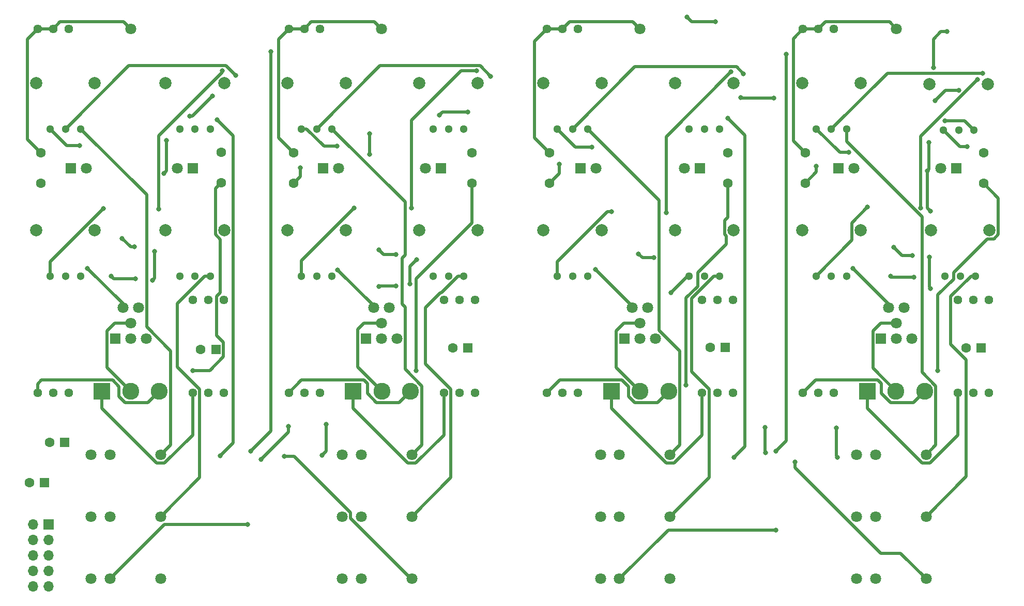
<source format=gtl>
G04 #@! TF.GenerationSoftware,KiCad,Pcbnew,(5.1.6-0-10_14)*
G04 #@! TF.CreationDate,2022-03-15T09:33:00+00:00*
G04 #@! TF.ProjectId,Quad Tube VCA,51756164-2054-4756-9265-205643412e6b,rev?*
G04 #@! TF.SameCoordinates,Original*
G04 #@! TF.FileFunction,Copper,L1,Top*
G04 #@! TF.FilePolarity,Positive*
%FSLAX46Y46*%
G04 Gerber Fmt 4.6, Leading zero omitted, Abs format (unit mm)*
G04 Created by KiCad (PCBNEW (5.1.6-0-10_14)) date 2022-03-15 09:33:00*
%MOMM*%
%LPD*%
G01*
G04 APERTURE LIST*
G04 #@! TA.AperFunction,ComponentPad*
%ADD10C,2.775000*%
G04 #@! TD*
G04 #@! TA.AperFunction,ComponentPad*
%ADD11R,2.775000X2.775000*%
G04 #@! TD*
G04 #@! TA.AperFunction,ComponentPad*
%ADD12C,1.600000*%
G04 #@! TD*
G04 #@! TA.AperFunction,ComponentPad*
%ADD13R,1.600000X1.600000*%
G04 #@! TD*
G04 #@! TA.AperFunction,ComponentPad*
%ADD14C,1.800000*%
G04 #@! TD*
G04 #@! TA.AperFunction,ComponentPad*
%ADD15R,1.800000X1.800000*%
G04 #@! TD*
G04 #@! TA.AperFunction,ComponentPad*
%ADD16C,1.300000*%
G04 #@! TD*
G04 #@! TA.AperFunction,ComponentPad*
%ADD17C,2.000000*%
G04 #@! TD*
G04 #@! TA.AperFunction,ComponentPad*
%ADD18C,1.440000*%
G04 #@! TD*
G04 #@! TA.AperFunction,ComponentPad*
%ADD19O,1.700000X1.700000*%
G04 #@! TD*
G04 #@! TA.AperFunction,ComponentPad*
%ADD20R,1.700000X1.700000*%
G04 #@! TD*
G04 #@! TA.AperFunction,ViaPad*
%ADD21C,0.800000*%
G04 #@! TD*
G04 #@! TA.AperFunction,Conductor*
%ADD22C,0.500000*%
G04 #@! TD*
G04 APERTURE END LIST*
D10*
X89790000Y-107702500D03*
X85090000Y-107702500D03*
D11*
X80390000Y-107702500D03*
D10*
X130938000Y-107702500D03*
X126238000Y-107702500D03*
D11*
X121538000Y-107702500D03*
D10*
X173229000Y-107702500D03*
X168529000Y-107702500D03*
D11*
X163829000Y-107702500D03*
D10*
X215139000Y-107702500D03*
X210439000Y-107702500D03*
D11*
X205739000Y-107702500D03*
D12*
X221909000Y-100584000D03*
D13*
X224409000Y-100584000D03*
D12*
X179999000Y-100457000D03*
D13*
X182499000Y-100457000D03*
D12*
X137835000Y-100584000D03*
D13*
X140335000Y-100584000D03*
D12*
X96560000Y-100838000D03*
D13*
X99060000Y-100838000D03*
D12*
X68493000Y-122682000D03*
D13*
X70993000Y-122682000D03*
D12*
X71795000Y-116078000D03*
D13*
X74295000Y-116078000D03*
D14*
X126153333Y-48260000D03*
X126153333Y-96520000D03*
X124883333Y-93980000D03*
X127423333Y-93980000D03*
X128693333Y-99060000D03*
X126153333Y-99060000D03*
D15*
X123613333Y-99060000D03*
D14*
X85090000Y-48260000D03*
X85090000Y-96520000D03*
X83820000Y-93980000D03*
X86360000Y-93980000D03*
X87630000Y-99060000D03*
X85090000Y-99060000D03*
D15*
X82550000Y-99060000D03*
D14*
X210550000Y-48260000D03*
X210550000Y-96520000D03*
X209280000Y-93980000D03*
X211820000Y-93980000D03*
X213090000Y-99060000D03*
X210550000Y-99060000D03*
D15*
X208010000Y-99060000D03*
D14*
X168486666Y-48260000D03*
X168486666Y-96520000D03*
X167216666Y-93980000D03*
X169756666Y-93980000D03*
X171026666Y-99060000D03*
X168486666Y-99060000D03*
D15*
X165946666Y-99060000D03*
D16*
X197380000Y-64650000D03*
X199880000Y-64650000D03*
X202380000Y-64650000D03*
D17*
X195080000Y-57150000D03*
X204680000Y-57150000D03*
D16*
X154980000Y-64650000D03*
X157480000Y-64650000D03*
X159980000Y-64650000D03*
D17*
X152680000Y-57150000D03*
X162280000Y-57150000D03*
D16*
X113070000Y-64650000D03*
X115570000Y-64650000D03*
X118070000Y-64650000D03*
D17*
X110770000Y-57150000D03*
X120370000Y-57150000D03*
D16*
X71922000Y-64650000D03*
X74422000Y-64650000D03*
X76922000Y-64650000D03*
D17*
X69622000Y-57150000D03*
X79222000Y-57150000D03*
D16*
X197380000Y-88780000D03*
X199880000Y-88780000D03*
X202380000Y-88780000D03*
D17*
X195080000Y-81280000D03*
X204680000Y-81280000D03*
D16*
X154980000Y-88780000D03*
X157480000Y-88780000D03*
X159980000Y-88780000D03*
D17*
X152680000Y-81280000D03*
X162280000Y-81280000D03*
D16*
X113070000Y-88780000D03*
X115570000Y-88780000D03*
X118070000Y-88780000D03*
D17*
X110770000Y-81280000D03*
X120370000Y-81280000D03*
D16*
X71922000Y-88780000D03*
X74422000Y-88780000D03*
X76922000Y-88780000D03*
D17*
X69622000Y-81280000D03*
X79222000Y-81280000D03*
D16*
X218226000Y-64840500D03*
X220726000Y-64840500D03*
X223226000Y-64840500D03*
D17*
X215926000Y-57340500D03*
X225526000Y-57340500D03*
D16*
X176570000Y-64650000D03*
X179070000Y-64650000D03*
X181570000Y-64650000D03*
D17*
X174270000Y-57150000D03*
X183870000Y-57150000D03*
D16*
X134660000Y-64650000D03*
X137160000Y-64650000D03*
X139660000Y-64650000D03*
D17*
X132360000Y-57150000D03*
X141960000Y-57150000D03*
D16*
X93131000Y-64650000D03*
X95631000Y-64650000D03*
X98131000Y-64650000D03*
D17*
X90831000Y-57150000D03*
X100431000Y-57150000D03*
D16*
X218480000Y-88780000D03*
X220980000Y-88780000D03*
X223480000Y-88780000D03*
D17*
X216180000Y-81280000D03*
X225780000Y-81280000D03*
D16*
X176570000Y-88780000D03*
X179070000Y-88780000D03*
X181570000Y-88780000D03*
D17*
X174270000Y-81280000D03*
X183870000Y-81280000D03*
D16*
X134660000Y-88780000D03*
X137160000Y-88780000D03*
X139660000Y-88780000D03*
D17*
X132360000Y-81280000D03*
X141960000Y-81280000D03*
D16*
X93131000Y-88780000D03*
X95631000Y-88780000D03*
X98131000Y-88780000D03*
D17*
X90831000Y-81280000D03*
X100431000Y-81280000D03*
D14*
X215389000Y-138430000D03*
X203989000Y-138430000D03*
X207089000Y-138430000D03*
X173449000Y-138430000D03*
X162049000Y-138430000D03*
X165149000Y-138430000D03*
X131158000Y-138430000D03*
X119758000Y-138430000D03*
X122858000Y-138430000D03*
X90010000Y-138430000D03*
X78610000Y-138430000D03*
X81710000Y-138430000D03*
X215389000Y-118110000D03*
X203989000Y-118110000D03*
X207089000Y-118110000D03*
X173449000Y-118110000D03*
X162049000Y-118110000D03*
X165149000Y-118110000D03*
X131158000Y-118110000D03*
X119758000Y-118110000D03*
X122858000Y-118110000D03*
X90010000Y-118110000D03*
X78610000Y-118110000D03*
X81710000Y-118110000D03*
X215389000Y-128270000D03*
X203989000Y-128270000D03*
X207089000Y-128270000D03*
X173449000Y-128270000D03*
X162049000Y-128270000D03*
X165149000Y-128270000D03*
X131158000Y-128270000D03*
X119758000Y-128270000D03*
X122858000Y-128270000D03*
X90010000Y-128270000D03*
X78610000Y-128270000D03*
X81710000Y-128270000D03*
D18*
X195199000Y-48260000D03*
X197739000Y-48260000D03*
X200279000Y-48260000D03*
X153289000Y-48260000D03*
X155829000Y-48260000D03*
X158369000Y-48260000D03*
X110998000Y-48260000D03*
X113538000Y-48260000D03*
X116078000Y-48260000D03*
X69850000Y-48260000D03*
X72390000Y-48260000D03*
X74930000Y-48260000D03*
X220599000Y-107950000D03*
X223139000Y-107950000D03*
X225679000Y-107950000D03*
X178689000Y-107950000D03*
X181229000Y-107950000D03*
X183769000Y-107950000D03*
X136398000Y-107950000D03*
X138938000Y-107950000D03*
X141478000Y-107950000D03*
X95250000Y-107950000D03*
X97790000Y-107950000D03*
X100330000Y-107950000D03*
X220599000Y-92710000D03*
X223139000Y-92710000D03*
X225679000Y-92710000D03*
X178689000Y-92710000D03*
X181229000Y-92710000D03*
X183769000Y-92710000D03*
X136398000Y-92710000D03*
X138938000Y-92710000D03*
X141478000Y-92710000D03*
X95250000Y-92710000D03*
X97790000Y-92710000D03*
X100330000Y-92710000D03*
X195199000Y-107950000D03*
X197739000Y-107950000D03*
X200279000Y-107950000D03*
X153289000Y-107950000D03*
X155829000Y-107950000D03*
X158369000Y-107950000D03*
X110998000Y-107950000D03*
X113538000Y-107950000D03*
X116078000Y-107950000D03*
X69850000Y-107950000D03*
X72390000Y-107950000D03*
X74930000Y-107950000D03*
D19*
X69088000Y-139700000D03*
X71628000Y-139700000D03*
X69088000Y-137160000D03*
X71628000Y-137160000D03*
X69088000Y-134620000D03*
X71628000Y-134620000D03*
X69088000Y-132080000D03*
X71628000Y-132080000D03*
X69088000Y-129540000D03*
D20*
X71628000Y-129540000D03*
D14*
X217805000Y-71120000D03*
D15*
X220345000Y-71120000D03*
D14*
X203536000Y-71120000D03*
D15*
X200996000Y-71120000D03*
D14*
X175768000Y-71120000D03*
D15*
X178308000Y-71120000D03*
D14*
X161290000Y-71120000D03*
D15*
X158750000Y-71120000D03*
D14*
X133350000Y-71120000D03*
D15*
X135890000Y-71120000D03*
D14*
X119126000Y-71120000D03*
D15*
X116586000Y-71120000D03*
D14*
X92710000Y-71120000D03*
D15*
X95250000Y-71120000D03*
D14*
X77851000Y-71120000D03*
D15*
X75311000Y-71120000D03*
D12*
X224790000Y-73580000D03*
X224790000Y-68580000D03*
X195580000Y-73580000D03*
X195580000Y-68580000D03*
X182880000Y-73580000D03*
X182880000Y-68580000D03*
X153670000Y-73580000D03*
X153670000Y-68580000D03*
X140970000Y-73580000D03*
X140970000Y-68580000D03*
X111760000Y-73580000D03*
X111760000Y-68580000D03*
X99949000Y-73453000D03*
X99949000Y-68453000D03*
X70358000Y-73580000D03*
X70358000Y-68580000D03*
D21*
X222123000Y-67564000D03*
X202692000Y-68516500D03*
X160655000Y-67627500D03*
X118872000Y-67500500D03*
X76708000Y-67373500D03*
X220726000Y-58293000D03*
X216852500Y-60007500D03*
X218821000Y-48704500D03*
X216598500Y-54649000D03*
X215582500Y-71564500D03*
X215836500Y-66865500D03*
X216090500Y-78105000D03*
X215900000Y-85661500D03*
X216090500Y-90805000D03*
X205803500Y-77497010D03*
X173609000Y-91503500D03*
X163893500Y-78259010D03*
X121729500Y-77624010D03*
X80645000Y-77701010D03*
X131953000Y-86106000D03*
X130873500Y-90106500D03*
X89027000Y-84709000D03*
X88709500Y-89471500D03*
X90551000Y-71945500D03*
X90932000Y-66548000D03*
X124269500Y-68834000D03*
X124206000Y-65468500D03*
X180848000Y-47053500D03*
X176212500Y-46291500D03*
X185039000Y-59499500D03*
X190436500Y-59626500D03*
X140335000Y-61912500D03*
X135699500Y-62420500D03*
X98488500Y-59245500D03*
X94805500Y-62547500D03*
X189103000Y-117729000D03*
X189039500Y-113601500D03*
X200660000Y-113728500D03*
X200850500Y-118491000D03*
X106426000Y-118872000D03*
X110934500Y-113411000D03*
X117094000Y-113093500D03*
X116459000Y-118173500D03*
X213360000Y-88963500D03*
X209613500Y-88836500D03*
X125730000Y-90487500D03*
X128587500Y-90424000D03*
X85852000Y-89217500D03*
X81915000Y-88836500D03*
X89662000Y-77787500D03*
X100076000Y-55118000D03*
X131127500Y-77660500D03*
X141795500Y-55118000D03*
X172847000Y-78359000D03*
X183451500Y-55308500D03*
X214503000Y-77597000D03*
X223774000Y-56578500D03*
X99250500Y-63182500D03*
X99758500Y-118300500D03*
X95313500Y-104267000D03*
X104775000Y-117538500D03*
X108077000Y-52006500D03*
X131889500Y-104330500D03*
X182880000Y-62865000D03*
X183896000Y-118491000D03*
X176085500Y-106680000D03*
X190754000Y-117538500D03*
X192468500Y-52387500D03*
X197421500Y-70802500D03*
X102298500Y-55880000D03*
X144081500Y-56007000D03*
X185483500Y-55626000D03*
X224663000Y-55499000D03*
X110236000Y-118364000D03*
X193929000Y-119253000D03*
X104267000Y-129540000D03*
X190754000Y-130429000D03*
X218440000Y-63309500D03*
X112903000Y-70993000D03*
X155321000Y-70421500D03*
X217297000Y-104330500D03*
X85725000Y-84010500D03*
X83693000Y-82613500D03*
X78041500Y-87503000D03*
X128587500Y-85217000D03*
X125793500Y-84518500D03*
X118999000Y-87757000D03*
X170824667Y-85788500D03*
X168275000Y-85153500D03*
X161226500Y-87693500D03*
X213169500Y-85407500D03*
X210121500Y-84074000D03*
X203390500Y-87503000D03*
D22*
X220949500Y-67564000D02*
X218226000Y-64840500D01*
X222123000Y-67564000D02*
X220949500Y-67564000D01*
X201246500Y-68516500D02*
X197380000Y-64650000D01*
X202692000Y-68516500D02*
X201246500Y-68516500D01*
X157957500Y-67627500D02*
X154980000Y-64650000D01*
X160655000Y-67627500D02*
X157957500Y-67627500D01*
X113941998Y-64650000D02*
X113070000Y-64650000D01*
X116792498Y-67500500D02*
X113941998Y-64650000D01*
X118872000Y-67500500D02*
X116792498Y-67500500D01*
X74645500Y-67373500D02*
X71922000Y-64650000D01*
X76708000Y-67373500D02*
X74645500Y-67373500D01*
X218567000Y-58293000D02*
X216852500Y-60007500D01*
X220726000Y-58293000D02*
X218567000Y-58293000D01*
X215836500Y-71310500D02*
X215582500Y-71564500D01*
X215836500Y-66865500D02*
X215836500Y-71310500D01*
X215582500Y-77597000D02*
X216090500Y-78105000D01*
X215582500Y-71564500D02*
X215582500Y-77597000D01*
X215900000Y-90614500D02*
X216090500Y-90805000D01*
X215900000Y-85661500D02*
X215900000Y-90614500D01*
X203229999Y-82930001D02*
X197380000Y-88780000D01*
X203229999Y-80070511D02*
X203229999Y-82930001D01*
X205803500Y-77497010D02*
X203229999Y-80070511D01*
X176332500Y-88780000D02*
X173609000Y-91503500D01*
X176570000Y-88780000D02*
X176332500Y-88780000D01*
X154980000Y-86433998D02*
X154980000Y-88780000D01*
X163154988Y-78259010D02*
X154980000Y-86433998D01*
X163893500Y-78259010D02*
X163154988Y-78259010D01*
X113070000Y-86283510D02*
X113070000Y-88780000D01*
X121729500Y-77624010D02*
X113070000Y-86283510D01*
X71922000Y-86424010D02*
X71922000Y-88780000D01*
X80645000Y-77701010D02*
X71922000Y-86424010D01*
X130873500Y-87185500D02*
X130873500Y-90106500D01*
X131953000Y-86106000D02*
X130873500Y-87185500D01*
X89027000Y-89154000D02*
X88709500Y-89471500D01*
X89027000Y-84709000D02*
X89027000Y-89154000D01*
X90932000Y-71564500D02*
X90551000Y-71945500D01*
X90932000Y-66548000D02*
X90932000Y-71564500D01*
X124269500Y-65532000D02*
X124206000Y-65468500D01*
X124269500Y-68834000D02*
X124269500Y-65532000D01*
X176974500Y-47053500D02*
X176212500Y-46291500D01*
X180848000Y-47053500D02*
X176974500Y-47053500D01*
X185166000Y-59626500D02*
X185039000Y-59499500D01*
X190436500Y-59626500D02*
X185166000Y-59626500D01*
X136207500Y-61912500D02*
X135699500Y-62420500D01*
X140335000Y-61912500D02*
X136207500Y-61912500D01*
X95186500Y-62547500D02*
X94805500Y-62547500D01*
X98488500Y-59245500D02*
X95186500Y-62547500D01*
X189039500Y-117665500D02*
X189103000Y-117729000D01*
X189039500Y-113601500D02*
X189039500Y-117665500D01*
X200660000Y-118300500D02*
X200850500Y-118491000D01*
X200660000Y-113728500D02*
X200660000Y-118300500D01*
X110934500Y-114363500D02*
X106426000Y-118872000D01*
X110934500Y-113411000D02*
X110934500Y-114363500D01*
X117094000Y-117538500D02*
X116459000Y-118173500D01*
X117094000Y-113093500D02*
X117094000Y-117538500D01*
X209740500Y-88963500D02*
X209613500Y-88836500D01*
X213360000Y-88963500D02*
X209740500Y-88963500D01*
X125793500Y-90424000D02*
X125730000Y-90487500D01*
X128587500Y-90424000D02*
X125793500Y-90424000D01*
X82296000Y-89217500D02*
X81915000Y-88836500D01*
X85852000Y-89217500D02*
X82296000Y-89217500D01*
X218821000Y-48704500D02*
X217805000Y-48704500D01*
X216598500Y-49911000D02*
X216598500Y-54649000D01*
X217805000Y-48704500D02*
X216598500Y-49911000D01*
X100076000Y-55358998D02*
X100076000Y-55118000D01*
X89662000Y-65772998D02*
X100076000Y-55358998D01*
X89662000Y-77787500D02*
X89662000Y-65772998D01*
X141795500Y-55168498D02*
X141795500Y-55118000D01*
X172847000Y-65913000D02*
X183451500Y-55308500D01*
X172847000Y-78359000D02*
X172847000Y-65913000D01*
X214503000Y-65849500D02*
X223774000Y-56578500D01*
X214503000Y-77597000D02*
X214503000Y-65849500D01*
X141795500Y-55118000D02*
X139255500Y-55118000D01*
X131127500Y-63246000D02*
X131127500Y-66040000D01*
X139255500Y-55118000D02*
X131127500Y-63246000D01*
X131127500Y-66040000D02*
X131127500Y-65836498D01*
X131127500Y-77660500D02*
X131127500Y-66040000D01*
X101881001Y-116177999D02*
X99758500Y-118300500D01*
X101881001Y-65813001D02*
X101881001Y-116177999D01*
X99250500Y-63182500D02*
X101881001Y-65813001D01*
X73560001Y-47089999D02*
X72390000Y-48260000D01*
X83919999Y-47089999D02*
X73560001Y-47089999D01*
X85090000Y-48260000D02*
X83919999Y-47089999D01*
X72390000Y-48260000D02*
X69850000Y-48260000D01*
X68171999Y-66393999D02*
X70358000Y-68580000D01*
X68171999Y-49938001D02*
X68171999Y-66393999D01*
X69850000Y-48260000D02*
X68171999Y-49938001D01*
X82479998Y-96520000D02*
X85090000Y-96520000D01*
X81199999Y-103812499D02*
X81199999Y-97799999D01*
X81199999Y-97799999D02*
X82479998Y-96520000D01*
X85090000Y-107702500D02*
X81199999Y-103812499D01*
X100310001Y-101998001D02*
X98041002Y-104267000D01*
X99159999Y-98527997D02*
X100310001Y-99677999D01*
X99768399Y-91539999D02*
X99159999Y-92148399D01*
X98041002Y-104267000D02*
X95313500Y-104267000D01*
X99949000Y-73453000D02*
X98980999Y-74421001D01*
X99768399Y-82763401D02*
X99768399Y-91539999D01*
X99159999Y-92148399D02*
X99159999Y-98527997D01*
X98980999Y-81976001D02*
X99768399Y-82763401D01*
X100310001Y-99677999D02*
X100310001Y-101998001D01*
X98980999Y-74421001D02*
X98980999Y-81976001D01*
X108077000Y-114236500D02*
X108077000Y-52006500D01*
X104775000Y-117538500D02*
X108077000Y-114236500D01*
X123317000Y-96520000D02*
X126153333Y-96520000D01*
X122263332Y-103727832D02*
X122263332Y-97573668D01*
X122263332Y-97573668D02*
X123317000Y-96520000D01*
X126238000Y-107702500D02*
X122263332Y-103727832D01*
X131889500Y-89204498D02*
X131889500Y-104330500D01*
X140970000Y-80123998D02*
X131889500Y-89204498D01*
X140970000Y-73580000D02*
X140970000Y-80123998D01*
X182880000Y-62865000D02*
X185674000Y-65659000D01*
X185674000Y-116713000D02*
X183896000Y-118491000D01*
X185674000Y-65659000D02*
X185674000Y-116713000D01*
X165876664Y-96520000D02*
X168486666Y-96520000D01*
X164596665Y-103770165D02*
X164596665Y-97799999D01*
X164596665Y-97799999D02*
X165876664Y-96520000D01*
X168529000Y-107702500D02*
X164596665Y-103770165D01*
X177969999Y-90470800D02*
X176085500Y-92355299D01*
X176085500Y-92355299D02*
X176085500Y-106680000D01*
X177969999Y-88251999D02*
X182626000Y-83595998D01*
X177969999Y-90470800D02*
X177969999Y-88251999D01*
X182626000Y-82182002D02*
X182419999Y-81976001D01*
X182419999Y-81976001D02*
X182419999Y-79644501D01*
X182626000Y-83595998D02*
X182626000Y-82182002D01*
X182880000Y-79184500D02*
X182880000Y-73580000D01*
X182419999Y-79644501D02*
X182880000Y-79184500D01*
X192468500Y-115824000D02*
X192468500Y-52387500D01*
X190754000Y-117538500D02*
X192468500Y-115824000D01*
X197421500Y-71738500D02*
X195580000Y-73580000D01*
X197421500Y-70802500D02*
X197421500Y-71738500D01*
X198909001Y-47089999D02*
X197739000Y-48260000D01*
X209379999Y-47089999D02*
X198909001Y-47089999D01*
X210550000Y-48260000D02*
X209379999Y-47089999D01*
X197739000Y-48260000D02*
X195199000Y-48260000D01*
X193629999Y-66629999D02*
X195580000Y-68580000D01*
X193629999Y-49829001D02*
X193629999Y-66629999D01*
X195199000Y-48260000D02*
X193629999Y-49829001D01*
X96420001Y-121859999D02*
X90010000Y-128270000D01*
X96420001Y-107388399D02*
X96420001Y-121859999D01*
X92710000Y-103678398D02*
X96420001Y-107388399D01*
X92710000Y-93281762D02*
X92710000Y-103678398D01*
X97211762Y-88780000D02*
X92710000Y-93281762D01*
X98131000Y-88780000D02*
X97211762Y-88780000D01*
X137568001Y-121859999D02*
X131158000Y-128270000D01*
X137568001Y-107388399D02*
X137568001Y-121859999D01*
X133413500Y-93962898D02*
X133413500Y-103233898D01*
X133413500Y-103233898D02*
X137568001Y-107388399D01*
X135836399Y-91539999D02*
X133413500Y-93962898D01*
X135980763Y-91539999D02*
X135836399Y-91539999D01*
X138740762Y-88780000D02*
X135980763Y-91539999D01*
X139660000Y-88780000D02*
X138740762Y-88780000D01*
X179859001Y-121859999D02*
X173449000Y-128270000D01*
X179859001Y-107388399D02*
X179859001Y-121859999D01*
X176974500Y-104503898D02*
X179859001Y-107388399D01*
X176974500Y-92456262D02*
X176974500Y-104503898D01*
X180650762Y-88780000D02*
X176974500Y-92456262D01*
X181570000Y-88780000D02*
X180650762Y-88780000D01*
X219428999Y-92148399D02*
X222797398Y-88780000D01*
X219428999Y-99954001D02*
X219428999Y-92148399D01*
X221968999Y-102494001D02*
X219428999Y-99954001D01*
X221968999Y-121690001D02*
X221968999Y-102494001D01*
X222797398Y-88780000D02*
X223480000Y-88780000D01*
X215389000Y-128270000D02*
X221968999Y-121690001D01*
X84804001Y-54267999D02*
X74422000Y-64650000D01*
X100686499Y-54267999D02*
X84804001Y-54267999D01*
X102298500Y-55880000D02*
X100686499Y-54267999D01*
X91627501Y-101059499D02*
X91627501Y-116492499D01*
X91627501Y-116492499D02*
X90010000Y-118110000D01*
X87710001Y-97141999D02*
X91627501Y-101059499D01*
X87710001Y-75438001D02*
X87710001Y-97141999D01*
X76922000Y-64650000D02*
X87710001Y-75438001D01*
X125952001Y-54267999D02*
X115570000Y-64650000D01*
X142342499Y-54267999D02*
X125952001Y-54267999D01*
X144081500Y-56007000D02*
X142342499Y-54267999D01*
X132775501Y-116492499D02*
X131158000Y-118110000D01*
X132775501Y-106820499D02*
X132775501Y-116492499D01*
X130043334Y-104088332D02*
X132775501Y-106820499D01*
X118070000Y-64650000D02*
X130043334Y-76623334D01*
X130043334Y-76623334D02*
X130043334Y-85348666D01*
X130043334Y-93857666D02*
X130043334Y-104088332D01*
X130043334Y-85348666D02*
X129540000Y-85852000D01*
X129540000Y-93354332D02*
X130043334Y-93857666D01*
X129540000Y-85852000D02*
X129540000Y-93354332D01*
X167671501Y-54458499D02*
X157480000Y-64650000D01*
X184315999Y-54458499D02*
X167671501Y-54458499D01*
X185483500Y-55626000D02*
X184315999Y-54458499D01*
X175066501Y-116492499D02*
X173449000Y-118110000D01*
X175066501Y-101101833D02*
X175066501Y-116492499D01*
X171674667Y-97709999D02*
X175066501Y-101101833D01*
X171674667Y-76344667D02*
X171674667Y-97709999D01*
X159980000Y-64650000D02*
X171674667Y-76344667D01*
X209031000Y-55499000D02*
X199880000Y-64650000D01*
X224663000Y-55499000D02*
X209031000Y-55499000D01*
X216976501Y-116522499D02*
X215389000Y-118110000D01*
X216976501Y-106820499D02*
X216976501Y-116522499D01*
X214729999Y-104573997D02*
X216976501Y-106820499D01*
X214729999Y-79082001D02*
X214729999Y-104573997D01*
X202380000Y-66732002D02*
X214729999Y-79082001D01*
X202380000Y-64650000D02*
X202380000Y-66732002D01*
X131019998Y-138430000D02*
X131158000Y-138430000D01*
X121108001Y-128518003D02*
X131019998Y-138430000D01*
X121108001Y-127621999D02*
X121108001Y-128518003D01*
X111850002Y-118364000D02*
X121108001Y-127621999D01*
X110236000Y-118364000D02*
X111850002Y-118364000D01*
X193929000Y-120208002D02*
X207959998Y-134239000D01*
X193929000Y-119253000D02*
X193929000Y-120208002D01*
X211198000Y-134239000D02*
X215389000Y-138430000D01*
X207959998Y-134239000D02*
X211198000Y-134239000D01*
X90600000Y-129540000D02*
X81710000Y-138430000D01*
X104267000Y-129540000D02*
X90600000Y-129540000D01*
X173150000Y-130429000D02*
X165149000Y-138430000D01*
X190754000Y-130429000D02*
X173150000Y-130429000D01*
X82137501Y-105864999D02*
X70474501Y-105864999D01*
X83185000Y-108517002D02*
X83185000Y-106912498D01*
X83185000Y-106912498D02*
X82137501Y-105864999D01*
X84207999Y-109540001D02*
X83185000Y-108517002D01*
X87952499Y-109540001D02*
X84207999Y-109540001D01*
X89790000Y-107702500D02*
X87952499Y-109540001D01*
X69850000Y-106489500D02*
X69850000Y-107950000D01*
X70474501Y-105864999D02*
X69850000Y-106489500D01*
X89361999Y-119460001D02*
X80390000Y-110488002D01*
X95250000Y-114868002D02*
X90658001Y-119460001D01*
X80390000Y-110488002D02*
X80390000Y-107702500D01*
X90658001Y-119460001D02*
X89361999Y-119460001D01*
X95250000Y-107950000D02*
X95250000Y-114868002D01*
X113083001Y-105864999D02*
X110998000Y-107950000D01*
X123888500Y-106467998D02*
X123285501Y-105864999D01*
X123285501Y-105864999D02*
X113083001Y-105864999D01*
X123888500Y-108072502D02*
X123888500Y-106467998D01*
X125355999Y-109540001D02*
X123888500Y-108072502D01*
X129100499Y-109540001D02*
X125355999Y-109540001D01*
X130938000Y-107702500D02*
X129100499Y-109540001D01*
X121538000Y-110488002D02*
X121538000Y-107702500D01*
X131806001Y-119460001D02*
X130509999Y-119460001D01*
X130509999Y-119460001D02*
X121538000Y-110488002D01*
X136398000Y-114868002D02*
X131806001Y-119460001D01*
X136398000Y-107950000D02*
X136398000Y-114868002D01*
X155374001Y-105864999D02*
X153289000Y-107950000D01*
X165576501Y-105864999D02*
X155374001Y-105864999D01*
X166624000Y-106912498D02*
X165576501Y-105864999D01*
X166624000Y-108517002D02*
X166624000Y-106912498D01*
X167646999Y-109540001D02*
X166624000Y-108517002D01*
X171391499Y-109540001D02*
X167646999Y-109540001D01*
X173229000Y-107702500D02*
X171391499Y-109540001D01*
X163829000Y-110488002D02*
X163829000Y-107702500D01*
X172800999Y-119460001D02*
X163829000Y-110488002D01*
X178689000Y-114868002D02*
X174097001Y-119460001D01*
X174097001Y-119460001D02*
X172800999Y-119460001D01*
X178689000Y-107950000D02*
X178689000Y-114868002D01*
X197284001Y-105864999D02*
X195199000Y-107950000D01*
X207486501Y-105864999D02*
X197284001Y-105864999D01*
X208089500Y-106467998D02*
X207486501Y-105864999D01*
X208089500Y-108072502D02*
X208089500Y-106467998D01*
X209556999Y-109540001D02*
X208089500Y-108072502D01*
X213301499Y-109540001D02*
X209556999Y-109540001D01*
X215139000Y-107702500D02*
X213301499Y-109540001D01*
X205739000Y-110458002D02*
X205739000Y-107702500D01*
X214740999Y-119460001D02*
X205739000Y-110458002D01*
X216037001Y-119460001D02*
X214740999Y-119460001D01*
X220599000Y-114898002D02*
X216037001Y-119460001D01*
X220599000Y-107950000D02*
X220599000Y-114898002D01*
X221695000Y-63309500D02*
X223226000Y-64840500D01*
X218440000Y-63309500D02*
X221695000Y-63309500D01*
X112903000Y-72437000D02*
X111760000Y-73580000D01*
X112903000Y-70993000D02*
X112903000Y-72437000D01*
X124983332Y-47089999D02*
X114708001Y-47089999D01*
X114708001Y-47089999D02*
X113538000Y-48260000D01*
X126153333Y-48260000D02*
X124983332Y-47089999D01*
X113538000Y-48260000D02*
X110998000Y-48260000D01*
X109319999Y-66139999D02*
X111760000Y-68580000D01*
X109319999Y-49938001D02*
X109319999Y-66139999D01*
X110998000Y-48260000D02*
X109319999Y-49938001D01*
X155321000Y-71929000D02*
X153670000Y-73580000D01*
X155321000Y-70421500D02*
X155321000Y-71929000D01*
X167316665Y-47089999D02*
X156999001Y-47089999D01*
X156999001Y-47089999D02*
X155829000Y-48260000D01*
X168486666Y-48260000D02*
X167316665Y-47089999D01*
X155829000Y-48260000D02*
X153289000Y-48260000D01*
X151229999Y-66139999D02*
X153670000Y-68580000D01*
X151229999Y-50319001D02*
X151229999Y-66139999D01*
X153289000Y-48260000D02*
X151229999Y-50319001D01*
X206659999Y-97799999D02*
X207939998Y-96520000D01*
X206659999Y-103923499D02*
X206659999Y-97799999D01*
X207939998Y-96520000D02*
X210550000Y-96520000D01*
X210439000Y-107702500D02*
X206659999Y-103923499D01*
X217297000Y-91891000D02*
X217297000Y-104330500D01*
X219879999Y-89308001D02*
X217297000Y-91891000D01*
X227230001Y-76020001D02*
X224790000Y-73580000D01*
X227230001Y-81976001D02*
X227230001Y-76020001D01*
X226476001Y-82730001D02*
X227230001Y-81976001D01*
X225401997Y-82730001D02*
X226476001Y-82730001D01*
X219879999Y-88251999D02*
X225401997Y-82730001D01*
X219879999Y-89308001D02*
X219879999Y-88251999D01*
X85090000Y-84010500D02*
X83693000Y-82613500D01*
X85725000Y-84010500D02*
X85090000Y-84010500D01*
X83820000Y-93281500D02*
X83820000Y-93980000D01*
X78041500Y-87503000D02*
X83820000Y-93281500D01*
X126492000Y-85217000D02*
X125793500Y-84518500D01*
X128587500Y-85217000D02*
X126492000Y-85217000D01*
X124883333Y-93641333D02*
X124883333Y-93980000D01*
X118999000Y-87757000D02*
X124883333Y-93641333D01*
X168910000Y-85788500D02*
X168275000Y-85153500D01*
X170824667Y-85788500D02*
X168910000Y-85788500D01*
X167216666Y-93683666D02*
X167216666Y-93980000D01*
X161226500Y-87693500D02*
X167216666Y-93683666D01*
X211455000Y-85407500D02*
X210121500Y-84074000D01*
X213169500Y-85407500D02*
X211455000Y-85407500D01*
X203390500Y-87503000D02*
X209280000Y-93392500D01*
X209280000Y-93392500D02*
X209280000Y-93980000D01*
M02*

</source>
